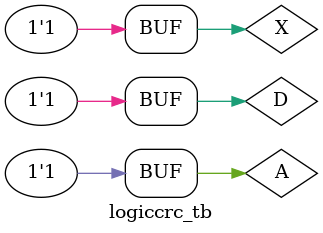
<source format=v>
module logiccrc(
input d,
input x,
input a,
output l
);
assign l= ~d&~x&l | d&~x&~l | d&~x&l;
endmodule

`timescale 1ns/1ps

module logiccrc_tb;
reg D;
reg X;
reg A;
wire L;
logiccrc uut(
.d(D),
.x(X),
.a(A),
.l(L)
);

initial begin
    D=0;X=0;A=0;#10;
    D=0;X=0;A=1;#10;
    D=0;X=1;A=0;#10;   
    D=0;X=1;A=1;#10;
    D=1;X=0;A=0;#10;
    D=1;X=0;A=1;#10; 
    D=1;X=1;A=0;#10;
    D=1;X=1;A=1;#10;
end 
initial begin
    $monitor("%b %b %b  %b\n",D,X,A,L);
end 

endmodule

</source>
